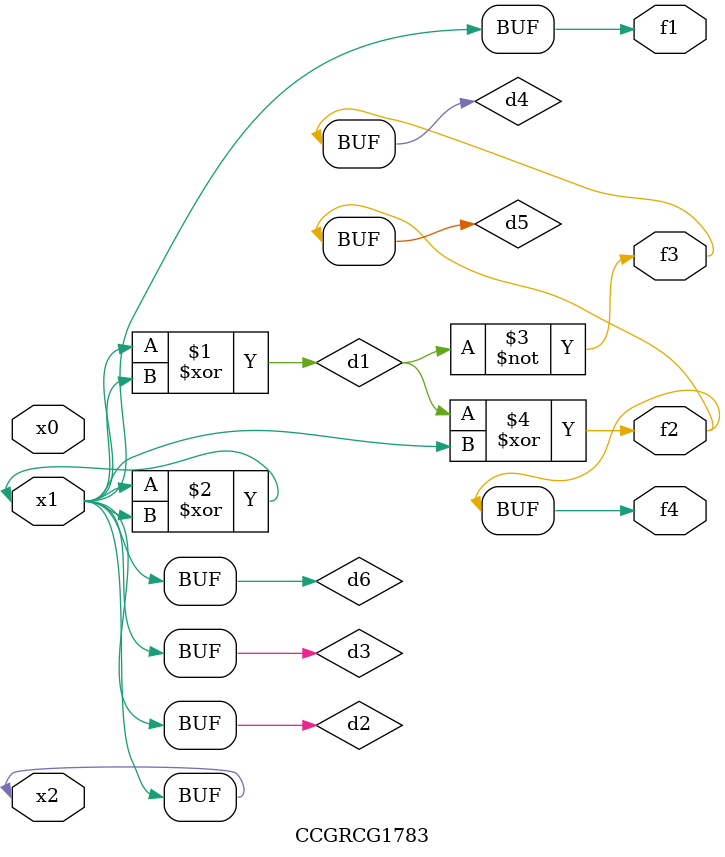
<source format=v>
module CCGRCG1783(
	input x0, x1, x2,
	output f1, f2, f3, f4
);

	wire d1, d2, d3, d4, d5, d6;

	xor (d1, x1, x2);
	buf (d2, x1, x2);
	xor (d3, x1, x2);
	nor (d4, d1);
	xor (d5, d1, d2);
	buf (d6, d2, d3);
	assign f1 = d6;
	assign f2 = d5;
	assign f3 = d4;
	assign f4 = d5;
endmodule

</source>
